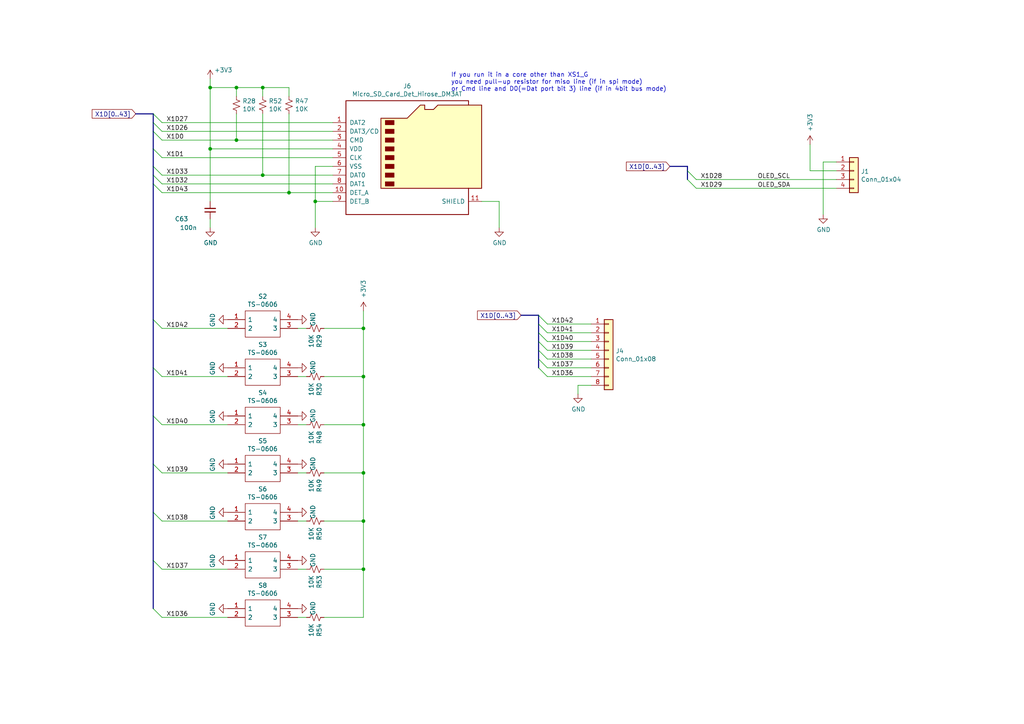
<source format=kicad_sch>
(kicad_sch (version 20230121) (generator eeschema)
  (paper "A4")
  (lib_symbols
    (symbol "Connector:Micro_SD_Card_Det_Hirose_DM3AT" (pin_names (offset 1.016))
      (property "Reference" "J" (at -16.51 17.78 0))
      (property "Value" "Micro_SD_Card_Det_Hirose_DM3AT" (at 16.51 17.78 0))
      (symbol "Micro_SD_Card_Det_Hirose_DM3AT_0_1"
        (rectangle (start -7.62 -6.985) (end -5.08 -8.255) (fill (type outline)))
        (rectangle (start -7.62 -4.445) (end -5.08 -5.715) (fill (type outline)))
        (rectangle (start -7.62 -1.905) (end -5.08 -3.175) (fill (type outline)))
        (rectangle (start -7.62 0.635) (end -5.08 -0.635) (fill (type outline)))
        (rectangle (start -7.62 3.175) (end -5.08 1.905) (fill (type outline)))
        (rectangle (start -7.62 5.715) (end -5.08 4.445) (fill (type outline)))
        (rectangle (start -7.62 8.255) (end -5.08 6.985) (fill (type outline)))
        (rectangle (start -7.62 10.795) (end -5.08 9.525) (fill (type outline)))
        (polyline (pts (xy 16.51 15.24) (xy 16.51 16.51) (xy -19.05 16.51) (xy -19.05 -16.51) (xy 16.51 -16.51) (xy 16.51 -8.89)) (stroke (width 0.254)))
        (polyline (pts (xy -8.89 -8.89) (xy -8.89 11.43) (xy -1.27 11.43) (xy 2.54 15.24) (xy 3.81 15.24) (xy 3.81 13.97) (xy 6.35 13.97) (xy 7.62 15.24) (xy 20.32 15.24) (xy 20.32 -8.89) (xy -8.89 -8.89)) (stroke (width 0.254)) (fill (type background)))
      )
      (symbol "Micro_SD_Card_Det_Hirose_DM3AT_1_1"
        (pin bidirectional line (at -22.86 10.16 0) (length 3.81) (name "DAT2") (number "1"))
        (pin passive line (at -22.86 -10.16 0) (length 3.81) (name "DET_A") (number "10"))
        (pin passive line (at 20.32 -12.7 180) (length 3.81) (name "SHIELD") (number "11"))
        (pin bidirectional line (at -22.86 7.62 0) (length 3.81) (name "DAT3/CD") (number "2"))
        (pin input line (at -22.86 5.08 0) (length 3.81) (name "CMD") (number "3"))
        (pin power_in line (at -22.86 2.54 0) (length 3.81) (name "VDD") (number "4"))
        (pin input line (at -22.86 0 0) (length 3.81) (name "CLK") (number "5"))
        (pin power_in line (at -22.86 -2.54 0) (length 3.81) (name "VSS") (number "6"))
        (pin bidirectional line (at -22.86 -5.08 0) (length 3.81) (name "DAT0") (number "7"))
        (pin bidirectional line (at -22.86 -7.62 0) (length 3.81) (name "DAT1") (number "8"))
        (pin passive line (at -22.86 -12.7 0) (length 3.81) (name "DET_B") (number "9"))
      )
    )
    (symbol "Connector_Generic:Conn_01x04" (pin_names (offset 1.016) hide)
      (property "Reference" "J" (at 0 5.08 0))
      (property "Value" "Conn_01x04" (at 0 -7.62 0))
      (symbol "Conn_01x04_1_1"
        (rectangle (start -1.27 -4.953) (end 0 -5.207) (stroke (width 0.1524)))
        (rectangle (start -1.27 -2.413) (end 0 -2.667) (stroke (width 0.1524)))
        (rectangle (start -1.27 0.127) (end 0 -0.127) (stroke (width 0.1524)))
        (rectangle (start -1.27 2.667) (end 0 2.413) (stroke (width 0.1524)))
        (rectangle (start -1.27 3.81) (end 1.27 -6.35) (stroke (width 0.254)) (fill (type background)))
        (pin passive line (at -5.08 2.54 0) (length 3.81) (name "Pin_1") (number "1"))
        (pin passive line (at -5.08 0 0) (length 3.81) (name "Pin_2") (number "2"))
        (pin passive line (at -5.08 -2.54 0) (length 3.81) (name "Pin_3") (number "3"))
        (pin passive line (at -5.08 -5.08 0) (length 3.81) (name "Pin_4") (number "4"))
      )
    )
    (symbol "Connector_Generic:Conn_01x08" (pin_names (offset 1.016) hide)
      (property "Reference" "J" (at 0 10.16 0))
      (property "Value" "Conn_01x08" (at 0 -12.7 0))
      (symbol "Conn_01x08_1_1"
        (rectangle (start -1.27 -10.033) (end 0 -10.287) (stroke (width 0.1524)))
        (rectangle (start -1.27 -7.493) (end 0 -7.747) (stroke (width 0.1524)))
        (rectangle (start -1.27 -4.953) (end 0 -5.207) (stroke (width 0.1524)))
        (rectangle (start -1.27 -2.413) (end 0 -2.667) (stroke (width 0.1524)))
        (rectangle (start -1.27 0.127) (end 0 -0.127) (stroke (width 0.1524)))
        (rectangle (start -1.27 2.667) (end 0 2.413) (stroke (width 0.1524)))
        (rectangle (start -1.27 5.207) (end 0 4.953) (stroke (width 0.1524)))
        (rectangle (start -1.27 7.747) (end 0 7.493) (stroke (width 0.1524)))
        (rectangle (start -1.27 8.89) (end 1.27 -11.43) (stroke (width 0.254)) (fill (type background)))
        (pin passive line (at -5.08 7.62 0) (length 3.81) (name "Pin_1") (number "1"))
        (pin passive line (at -5.08 5.08 0) (length 3.81) (name "Pin_2") (number "2"))
        (pin passive line (at -5.08 2.54 0) (length 3.81) (name "Pin_3") (number "3"))
        (pin passive line (at -5.08 0 0) (length 3.81) (name "Pin_4") (number "4"))
        (pin passive line (at -5.08 -2.54 0) (length 3.81) (name "Pin_5") (number "5"))
        (pin passive line (at -5.08 -5.08 0) (length 3.81) (name "Pin_6") (number "6"))
        (pin passive line (at -5.08 -7.62 0) (length 3.81) (name "Pin_7") (number "7"))
        (pin passive line (at -5.08 -10.16 0) (length 3.81) (name "Pin_8") (number "8"))
      )
    )
    (symbol "Device:C_Small" (pin_numbers hide) (pin_names (offset 0.254) hide)
      (property "Reference" "C" (at 0.254 1.778 0))
      (property "Value" "C_Small" (at 0.254 -2.032 0))
      (symbol "C_Small_0_1"
        (polyline (pts (xy -1.524 -0.508) (xy 1.524 -0.508)) (stroke (width 0.3302)))
        (polyline (pts (xy -1.524 0.508) (xy 1.524 0.508)) (stroke (width 0.3048)))
      )
      (symbol "C_Small_1_1"
        (pin passive line (at 0 2.54 270) (length 2.032) (name "~") (number "1"))
        (pin passive line (at 0 -2.54 90) (length 2.032) (name "~") (number "2"))
      )
    )
    (symbol "Device:R_Small_US" (pin_numbers hide) (pin_names (offset 0.254) hide)
      (property "Reference" "R" (at 0.762 0.508 0))
      (property "Value" "R_Small_US" (at 0.762 -1.016 0))
      (symbol "R_Small_US_1_1"
        (polyline (pts (xy 0 0) (xy 1.016 -0.381) (xy 0 -0.762) (xy -1.016 -1.143) (xy 0 -1.524)))
        (polyline (pts (xy 0 1.524) (xy 1.016 1.143) (xy 0 0.762) (xy -1.016 0.381) (xy 0 0)))
        (pin passive line (at 0 2.54 270) (length 1.016) (name "~") (number "1"))
        (pin passive line (at 0 -2.54 90) (length 1.016) (name "~") (number "2"))
      )
    )
    (symbol "power:+3V3" (power) (pin_names (offset 0))
      (property "Value" "+3V3" (at 0 3.556 0))
      (symbol "+3V3_0_1"
        (polyline (pts (xy -0.762 1.27) (xy 0 2.54)))
        (polyline (pts (xy 0 0) (xy 0 2.54)))
        (polyline (pts (xy 0 2.54) (xy 0.762 1.27)))
      )
      (symbol "+3V3_1_1"
        (pin power_in line (at 0 0 90) (length 0) hide (name "+3V3") (number "1"))
      )
    )
    (symbol "power:GND" (power) (pin_names (offset 0))
      (property "Value" "GND" (at 0 -3.81 0))
      (symbol "GND_0_1"
        (polyline (pts (xy 0 0) (xy 0 -1.27) (xy 1.27 -1.27) (xy 0 -2.54) (xy -1.27 -1.27) (xy 0 -1.27)))
      )
      (symbol "GND_1_1"
        (pin power_in line (at 0 0 270) (length 0) hide (name "GND") (number "1"))
      )
    )
    (symbol "xSSDAC:TS-0606" (pin_names (offset 0.762))
      (property "Reference" "S" (at 16.51 7.62 0))
      (property "Value" "TS-0606" (at 16.51 5.08 0))
      (symbol "TS-0606_0_0"
        (pin passive line (at 0 0 0) (length 5.08) (name "1") (number "1"))
        (pin passive line (at 0 -2.54 0) (length 5.08) (name "2") (number "2"))
        (pin passive line (at 20.32 -2.54 180) (length 5.08) (name "3") (number "3"))
        (pin passive line (at 20.32 0 180) (length 5.08) (name "4") (number "4"))
      )
      (symbol "TS-0606_0_1"
        (polyline (pts (xy 5.08 2.54) (xy 15.24 2.54) (xy 15.24 -5.08) (xy 5.08 -5.08) (xy 5.08 2.54)) (stroke (width 0.1524)))
      )
    )
  )
  (junction (at 83.82 55.88))
  (junction (at 105.41 109.22))
  (junction (at 105.41 137.16))
  (junction (at 105.41 151.13))
  (junction (at 60.96 43.18))
  (junction (at 105.41 123.19))
  (junction (at 91.44 58.42))
  (junction (at 68.58 40.64))
  (junction (at 76.2 25.4))
  (junction (at 60.96 25.4))
  (junction (at 105.41 165.1))
  (junction (at 76.2 50.8))
  (junction (at 68.58 25.4))
  (junction (at 105.41 95.25))
  (bus_entry (at 156.21 91.44) (size 2.54 2.54))
  (bus_entry (at 156.21 106.68) (size 2.54 2.54))
  (bus_entry (at 44.45 148.59) (size 2.54 2.54))
  (bus_entry (at 199.39 49.53) (size 2.54 2.54))
  (bus_entry (at 44.45 50.8) (size 2.54 2.54))
  (bus_entry (at 44.45 120.65) (size 2.54 2.54))
  (bus_entry (at 44.45 38.1) (size 2.54 2.54))
  (bus_entry (at 156.21 101.6) (size 2.54 2.54))
  (bus_entry (at 44.45 33.02) (size 2.54 2.54))
  (bus_entry (at 199.39 52.07) (size 2.54 2.54))
  (bus_entry (at 44.45 134.62) (size 2.54 2.54))
  (bus_entry (at 156.21 96.52) (size 2.54 2.54))
  (bus_entry (at 44.45 106.68) (size 2.54 2.54))
  (bus_entry (at 44.45 176.53) (size 2.54 2.54))
  (bus_entry (at 156.21 99.06) (size 2.54 2.54))
  (bus_entry (at 44.45 162.56) (size 2.54 2.54))
  (bus_entry (at 156.21 93.98) (size 2.54 2.54))
  (bus_entry (at 44.45 48.26) (size 2.54 2.54))
  (bus_entry (at 44.45 43.18) (size 2.54 2.54))
  (bus_entry (at 44.45 53.34) (size 2.54 2.54))
  (bus_entry (at 44.45 35.56) (size 2.54 2.54))
  (bus_entry (at 156.21 104.14) (size 2.54 2.54))
  (bus_entry (at 44.45 92.71) (size 2.54 2.54))
  (wire (pts (xy 46.99 109.22) (xy 66.04 109.22)))
  (wire (pts (xy 96.52 48.26) (xy 91.44 48.26)))
  (wire (pts (xy 242.57 54.61) (xy 201.93 54.61)))
  (bus (pts (xy 199.39 48.26) (xy 199.39 49.53)))
  (wire (pts (xy 68.58 27.94) (xy 68.58 25.4)))
  (wire (pts (xy 46.99 151.13) (xy 66.04 151.13)))
  (wire (pts (xy 158.75 96.52) (xy 171.45 96.52)))
  (wire (pts (xy 144.78 58.42) (xy 144.78 66.04)))
  (bus (pts (xy 39.37 33.02) (xy 44.45 33.02)))
  (wire (pts (xy 88.9 109.22) (xy 86.36 109.22)))
  (wire (pts (xy 171.45 111.76) (xy 167.64 111.76)))
  (wire (pts (xy 46.99 95.25) (xy 66.04 95.25)))
  (wire (pts (xy 76.2 25.4) (xy 68.58 25.4)))
  (wire (pts (xy 93.98 179.07) (xy 105.41 179.07)))
  (bus (pts (xy 156.21 96.52) (xy 156.21 99.06)))
  (wire (pts (xy 91.44 58.42) (xy 96.52 58.42)))
  (wire (pts (xy 96.52 53.34) (xy 46.99 53.34)))
  (wire (pts (xy 96.52 40.64) (xy 68.58 40.64)))
  (wire (pts (xy 167.64 111.76) (xy 167.64 114.3)))
  (wire (pts (xy 83.82 25.4) (xy 83.82 27.94)))
  (bus (pts (xy 44.45 35.56) (xy 44.45 38.1)))
  (bus (pts (xy 44.45 43.18) (xy 44.45 48.26)))
  (bus (pts (xy 44.45 106.68) (xy 44.45 120.65)))
  (wire (pts (xy 76.2 27.94) (xy 76.2 25.4)))
  (bus (pts (xy 44.45 33.02) (xy 44.45 35.56)))
  (wire (pts (xy 93.98 137.16) (xy 105.41 137.16)))
  (bus (pts (xy 44.45 53.34) (xy 44.45 92.71)))
  (wire (pts (xy 60.96 66.04) (xy 60.96 63.5)))
  (wire (pts (xy 46.99 179.07) (xy 66.04 179.07)))
  (bus (pts (xy 194.31 48.26) (xy 199.39 48.26)))
  (bus (pts (xy 44.45 148.59) (xy 44.45 162.56)))
  (wire (pts (xy 96.52 50.8) (xy 76.2 50.8)))
  (wire (pts (xy 68.58 25.4) (xy 60.96 25.4)))
  (wire (pts (xy 201.93 52.07) (xy 242.57 52.07)))
  (wire (pts (xy 105.41 137.16) (xy 105.41 151.13)))
  (bus (pts (xy 156.21 91.44) (xy 156.21 93.98)))
  (wire (pts (xy 93.98 109.22) (xy 105.41 109.22)))
  (bus (pts (xy 156.21 101.6) (xy 156.21 104.14)))
  (wire (pts (xy 105.41 123.19) (xy 93.98 123.19)))
  (wire (pts (xy 96.52 35.56) (xy 46.99 35.56)))
  (bus (pts (xy 44.45 92.71) (xy 44.45 106.68)))
  (bus (pts (xy 44.45 38.1) (xy 44.45 43.18)))
  (wire (pts (xy 158.75 104.14) (xy 171.45 104.14)))
  (wire (pts (xy 83.82 55.88) (xy 96.52 55.88)))
  (bus (pts (xy 44.45 120.65) (xy 44.45 134.62)))
  (bus (pts (xy 199.39 49.53) (xy 199.39 52.07)))
  (bus (pts (xy 44.45 162.56) (xy 44.45 176.53)))
  (wire (pts (xy 242.57 46.99) (xy 238.76 46.99)))
  (wire (pts (xy 105.41 109.22) (xy 105.41 123.19)))
  (wire (pts (xy 105.41 90.17) (xy 105.41 95.25)))
  (wire (pts (xy 83.82 55.88) (xy 46.99 55.88)))
  (wire (pts (xy 105.41 151.13) (xy 105.41 165.1)))
  (wire (pts (xy 46.99 165.1) (xy 66.04 165.1)))
  (bus (pts (xy 156.21 93.98) (xy 156.21 96.52)))
  (wire (pts (xy 91.44 48.26) (xy 91.44 58.42)))
  (wire (pts (xy 93.98 151.13) (xy 105.41 151.13)))
  (wire (pts (xy 68.58 40.64) (xy 46.99 40.64)))
  (bus (pts (xy 44.45 50.8) (xy 44.45 53.34)))
  (wire (pts (xy 88.9 165.1) (xy 86.36 165.1)))
  (wire (pts (xy 158.75 106.68) (xy 171.45 106.68)))
  (wire (pts (xy 105.41 165.1) (xy 105.41 179.07)))
  (bus (pts (xy 151.13 91.44) (xy 156.21 91.44)))
  (bus (pts (xy 156.21 104.14) (xy 156.21 106.68)))
  (bus (pts (xy 44.45 48.26) (xy 44.45 50.8)))
  (wire (pts (xy 83.82 33.02) (xy 83.82 55.88)))
  (wire (pts (xy 88.9 179.07) (xy 86.36 179.07)))
  (wire (pts (xy 88.9 123.19) (xy 86.36 123.19)))
  (wire (pts (xy 158.75 109.22) (xy 171.45 109.22)))
  (wire (pts (xy 88.9 151.13) (xy 86.36 151.13)))
  (wire (pts (xy 158.75 101.6) (xy 171.45 101.6)))
  (bus (pts (xy 44.45 134.62) (xy 44.45 148.59)))
  (wire (pts (xy 60.96 43.18) (xy 60.96 58.42)))
  (wire (pts (xy 60.96 25.4) (xy 60.96 22.86)))
  (wire (pts (xy 60.96 43.18) (xy 60.96 25.4)))
  (wire (pts (xy 242.57 49.53) (xy 234.95 49.53)))
  (wire (pts (xy 105.41 95.25) (xy 105.41 109.22)))
  (wire (pts (xy 158.75 93.98) (xy 171.45 93.98)))
  (wire (pts (xy 68.58 33.02) (xy 68.58 40.64)))
  (wire (pts (xy 46.99 137.16) (xy 66.04 137.16)))
  (wire (pts (xy 238.76 46.99) (xy 238.76 62.23)))
  (wire (pts (xy 96.52 38.1) (xy 46.99 38.1)))
  (wire (pts (xy 93.98 165.1) (xy 105.41 165.1)))
  (wire (pts (xy 46.99 123.19) (xy 66.04 123.19)))
  (wire (pts (xy 76.2 50.8) (xy 46.99 50.8)))
  (wire (pts (xy 83.82 25.4) (xy 76.2 25.4)))
  (wire (pts (xy 96.52 45.72) (xy 46.99 45.72)))
  (bus (pts (xy 156.21 99.06) (xy 156.21 101.6)))
  (wire (pts (xy 88.9 137.16) (xy 86.36 137.16)))
  (wire (pts (xy 93.98 95.25) (xy 105.41 95.25)))
  (wire (pts (xy 96.52 43.18) (xy 60.96 43.18)))
  (wire (pts (xy 91.44 58.42) (xy 91.44 66.04)))
  (wire (pts (xy 158.75 99.06) (xy 171.45 99.06)))
  (wire (pts (xy 144.78 58.42) (xy 139.7 58.42)))
  (wire (pts (xy 105.41 123.19) (xy 105.41 137.16)))
  (wire (pts (xy 76.2 33.02) (xy 76.2 50.8)))
  (wire (pts (xy 234.95 49.53) (xy 234.95 41.91)))
  (wire (pts (xy 88.9 95.25) (xy 86.36 95.25)))
  (text "If you run it in a core other than XS1_G \nyou need pull-up resistor for miso line (if in spi mode) \nor Cmd line and D0(=Dat port bit 3) line (if in 4bit bus mode)" (at 130.81 26.67 0) (effects (font (size 1.27 1.27)) (justify left bottom)))
  (label "X1D32" (at 48.26 53.34 0))
  (label "X1D38" (at 160.02 104.14 0))
  (label "X1D39" (at 48.26 137.16 0))
  (label "X1D40" (at 48.26 123.19 0))
  (label "X1D43" (at 48.26 55.88 0))
  (label "X1D29" (at 203.2 54.61 0))
  (label "X1D39" (at 160.02 101.6 0))
  (label "X1D41" (at 48.26 109.22 0))
  (label "X1D0" (at 48.26 40.64 0))
  (label "X1D42" (at 48.26 95.25 0))
  (label "X1D40" (at 160.02 99.06 0))
  (label "OLED_SDA" (at 219.71 54.61 0))
  (label "X1D36" (at 160.02 109.22 0))
  (label "X1D28" (at 203.2 52.07 0))
  (label "OLED_SCL" (at 219.71 52.07 0))
  (label "X1D36" (at 48.26 179.07 0))
  (label "X1D27" (at 48.26 35.56 0))
  (label "X1D1" (at 48.26 45.72 0))
  (label "X1D38" (at 48.26 151.13 0))
  (label "X1D33" (at 48.26 50.8 0))
  (label "X1D37" (at 160.02 106.68 0))
  (label "X1D37" (at 48.26 165.1 0))
  (label "X1D42" (at 160.02 93.98 0))
  (label "X1D26" (at 48.26 38.1 0))
  (label "X1D41" (at 160.02 96.52 0))
  (global_label "X1D[0..43]" (shape input) (at 194.31 48.26 180) (property "Intersheetrefs" "${INTERSHEET_REFS}" (effects hide)))
  (global_label "X1D[0..43]" (shape input) (at 39.37 33.02 180) (property "Intersheetrefs" "${INTERSHEET_REFS}" (effects hide)))
  (global_label "X1D[0..43]" (shape input) (at 151.13 91.44 180) (property "Intersheetrefs" "${INTERSHEET_REFS}" (effects hide)))
  (symbol (lib_id "power:GND") (at 144.78 66.04 0) (unit 1)
    (property "Reference" "#PWR0162" (effects hide))
    (property "Value" "GND" (at 144.907 70.4342 0))
  )
  (symbol (lib_id "power:GND") (at 91.44 66.04 0) (unit 1)
    (property "Reference" "#PWR0161" (effects hide))
    (property "Value" "GND" (at 91.567 70.4342 0))
  )
  (symbol (lib_id "Device:C_Small") (at 60.96 60.96 180) (unit 1)
    (property "Reference" "C63" (at 54.61 63.5 0) (effects (justify left)))
    (property "Value" "100n" (at 57.15 66.04 0) (effects (justify left)))
    (property "Footprint" "Capacitor_SMD:C_0603_1608Metric_Pad1.08x0.95mm_HandSolder" (effects hide))
  )
  (symbol (lib_id "power:GND") (at 60.96 66.04 0) (unit 1)
    (property "Reference" "#PWR0158" (effects hide))
    (property "Value" "GND" (at 61.087 70.4342 0))
  )
  (symbol (lib_id "power:+3V3") (at 60.96 22.86 0) (unit 1)
    (property "Reference" "#PWR0157" (effects hide))
    (property "Value" "+3V3" (at 64.77 20.32 0))
  )
  (symbol (lib_id "Connector:Micro_SD_Card_Det_Hirose_DM3AT") (at 119.38 45.72 0) (unit 1)
    (property "Reference" "J6" (at 118.11 24.9682 0))
    (property "Value" "Micro_SD_Card_Det_Hirose_DM3AT" (at 118.11 27.2796 0))
    (property "Footprint" "Connectors_Card:Hirose_DM3AT-SF-PEJM5" (effects hide))
    (property "Datasheet" "https://www.hirose.com/product/en/download_file/key_name/DM3/category/Catalog/doc_file_id/49662/?file_category_id=4&item_id=195&is_series=1" (effects hide))
  )
  (symbol (lib_id "Device:R_Small_US") (at 83.82 30.48 0) (unit 1)
    (property "Reference" "R47" (at 85.5472 29.3116 0) (effects (justify left)))
    (property "Value" "10K" (at 85.5472 31.623 0) (effects (justify left)))
    (property "Footprint" "Resistor_SMD:R_0603_1608Metric_Pad0.98x0.95mm_HandSolder" (effects hide))
  )
  (symbol (lib_id "Connector_Generic:Conn_01x04") (at 247.65 49.53 0) (unit 1)
    (property "Reference" "J1" (at 249.682 49.7332 0) (effects (justify left)))
    (property "Value" "Conn_01x04" (at 249.682 52.0446 0) (effects (justify left)))
    (property "Footprint" "pretty:OLED_128X64" (effects hide))
  )
  (symbol (lib_id "power:GND") (at 238.76 62.23 0) (unit 1)
    (property "Reference" "#PWR0172" (effects hide))
    (property "Value" "GND" (at 238.887 66.6242 0))
  )
  (symbol (lib_id "power:+3V3") (at 234.95 41.91 0) (unit 1)
    (property "Reference" "#PWR0171" (effects hide))
    (property "Value" "+3V3" (at 234.95 35.56 90))
  )
  (symbol (lib_id "power:+3V3") (at 105.41 90.17 0) (unit 1)
    (property "Reference" "#PWR0181" (effects hide))
    (property "Value" "+3V3" (at 105.41 83.82 90))
  )
  (symbol (lib_id "xSSDAC:TS-0606") (at 66.04 92.71 0) (unit 1)
    (property "Reference" "S2" (at 76.2 85.979 0))
    (property "Value" "TS-0606" (at 76.2 88.2904 0))
    (property "Footprint" "pretty:TS-0606" (effects hide))
    (property "Datasheet" "https://akizukidenshi.com/download/ds/cosland/ts-0606_20200714.pdf" (effects hide))
  )
  (symbol (lib_id "xSSDAC:TS-0606") (at 66.04 106.68 0) (unit 1)
    (property "Reference" "S3" (at 76.2 99.949 0))
    (property "Value" "TS-0606" (at 76.2 102.2604 0))
    (property "Footprint" "pretty:TS-0606" (effects hide))
    (property "Datasheet" "https://akizukidenshi.com/download/ds/cosland/ts-0606_20200714.pdf" (effects hide))
  )
  (symbol (lib_id "xSSDAC:TS-0606") (at 66.04 120.65 0) (unit 1)
    (property "Reference" "S4" (at 76.2 113.919 0))
    (property "Value" "TS-0606" (at 76.2 116.2304 0))
    (property "Footprint" "pretty:TS-0606" (effects hide))
    (property "Datasheet" "https://akizukidenshi.com/download/ds/cosland/ts-0606_20200714.pdf" (effects hide))
  )
  (symbol (lib_id "xSSDAC:TS-0606") (at 66.04 134.62 0) (unit 1)
    (property "Reference" "S5" (at 76.2 127.889 0))
    (property "Value" "TS-0606" (at 76.2 130.2004 0))
    (property "Footprint" "pretty:TS-0606" (effects hide))
    (property "Datasheet" "https://akizukidenshi.com/download/ds/cosland/ts-0606_20200714.pdf" (effects hide))
  )
  (symbol (lib_id "xSSDAC:TS-0606") (at 66.04 148.59 0) (unit 1)
    (property "Reference" "S6" (at 76.2 141.859 0))
    (property "Value" "TS-0606" (at 76.2 144.1704 0))
    (property "Footprint" "pretty:TS-0606" (effects hide))
    (property "Datasheet" "https://akizukidenshi.com/download/ds/cosland/ts-0606_20200714.pdf" (effects hide))
  )
  (symbol (lib_id "xSSDAC:TS-0606") (at 66.04 162.56 0) (unit 1)
    (property "Reference" "S7" (at 76.2 155.829 0))
    (property "Value" "TS-0606" (at 76.2 158.1404 0))
    (property "Footprint" "pretty:TS-0606" (effects hide))
    (property "Datasheet" "https://akizukidenshi.com/download/ds/cosland/ts-0606_20200714.pdf" (effects hide))
  )
  (symbol (lib_id "xSSDAC:TS-0606") (at 66.04 176.53 0) (unit 1)
    (property "Reference" "S8" (at 76.2 169.799 0))
    (property "Value" "TS-0606" (at 76.2 172.1104 0))
    (property "Footprint" "pretty:TS-0606" (effects hide))
    (property "Datasheet" "https://akizukidenshi.com/download/ds/cosland/ts-0606_20200714.pdf" (effects hide))
  )
  (symbol (lib_id "Device:R_Small_US") (at 68.58 30.48 0) (unit 1)
    (property "Reference" "R28" (at 70.3072 29.3116 0) (effects (justify left)))
    (property "Value" "10K" (at 70.3072 31.623 0) (effects (justify left)))
    (property "Footprint" "Resistor_SMD:R_0603_1608Metric_Pad0.98x0.95mm_HandSolder" (effects hide))
  )
  (symbol (lib_id "Device:R_Small_US") (at 76.2 30.48 0) (unit 1)
    (property "Reference" "R52" (at 77.9272 29.3116 0) (effects (justify left)))
    (property "Value" "10K" (at 77.9272 31.623 0) (effects (justify left)))
    (property "Footprint" "Resistor_SMD:R_0603_1608Metric_Pad0.98x0.95mm_HandSolder" (effects hide))
  )
  (symbol (lib_id "power:GND") (at 86.36 134.62 90) (unit 1)
    (property "Reference" "#PWR0173" (effects hide))
    (property "Value" "GND" (at 90.7542 134.493 0))
  )
  (symbol (lib_id "power:GND") (at 86.36 148.59 90) (unit 1)
    (property "Reference" "#PWR0174" (effects hide))
    (property "Value" "GND" (at 90.7542 148.463 0))
  )
  (symbol (lib_id "power:GND") (at 86.36 162.56 90) (unit 1)
    (property "Reference" "#PWR0175" (effects hide))
    (property "Value" "GND" (at 90.7542 162.433 0))
  )
  (symbol (lib_id "power:GND") (at 86.36 176.53 90) (unit 1)
    (property "Reference" "#PWR0176" (effects hide))
    (property "Value" "GND" (at 90.7542 176.403 0))
  )
  (symbol (lib_id "Device:R_Small_US") (at 91.44 95.25 270) (unit 1)
    (property "Reference" "R29" (at 92.6084 96.9772 0) (effects (justify left)))
    (property "Value" "10K" (at 90.297 96.9772 0) (effects (justify left)))
    (property "Footprint" "Resistor_SMD:R_0603_1608Metric_Pad0.98x0.95mm_HandSolder" (effects hide))
  )
  (symbol (lib_id "Device:R_Small_US") (at 91.44 137.16 270) (unit 1)
    (property "Reference" "R49" (at 92.6084 138.8872 0) (effects (justify left)))
    (property "Value" "10K" (at 90.297 138.8872 0) (effects (justify left)))
    (property "Footprint" "Resistor_SMD:R_0603_1608Metric_Pad0.98x0.95mm_HandSolder" (effects hide))
  )
  (symbol (lib_id "Device:R_Small_US") (at 91.44 151.13 270) (unit 1)
    (property "Reference" "R50" (at 92.6084 152.8572 0) (effects (justify left)))
    (property "Value" "10K" (at 90.297 152.8572 0) (effects (justify left)))
    (property "Footprint" "Resistor_SMD:R_0603_1608Metric_Pad0.98x0.95mm_HandSolder" (effects hide))
  )
  (symbol (lib_id "Device:R_Small_US") (at 91.44 165.1 270) (unit 1)
    (property "Reference" "R53" (at 92.6084 166.8272 0) (effects (justify left)))
    (property "Value" "10K" (at 90.297 166.8272 0) (effects (justify left)))
    (property "Footprint" "Resistor_SMD:R_0603_1608Metric_Pad0.98x0.95mm_HandSolder" (effects hide))
  )
  (symbol (lib_id "power:GND") (at 66.04 134.62 270) (unit 1)
    (property "Reference" "#PWR0164" (effects hide))
    (property "Value" "GND" (at 61.6458 134.747 0))
  )
  (symbol (lib_id "power:GND") (at 66.04 148.59 270) (unit 1)
    (property "Reference" "#PWR0165" (effects hide))
    (property "Value" "GND" (at 61.6458 148.717 0))
  )
  (symbol (lib_id "power:GND") (at 66.04 162.56 270) (unit 1)
    (property "Reference" "#PWR0166" (effects hide))
    (property "Value" "GND" (at 61.6458 162.687 0))
  )
  (symbol (lib_id "power:GND") (at 66.04 176.53 270) (unit 1)
    (property "Reference" "#PWR0167" (effects hide))
    (property "Value" "GND" (at 61.6458 176.657 0))
  )
  (symbol (lib_id "Device:R_Small_US") (at 91.44 179.07 270) (unit 1)
    (property "Reference" "R54" (at 92.6084 180.7972 0) (effects (justify left)))
    (property "Value" "10K" (at 90.297 180.7972 0) (effects (justify left)))
    (property "Footprint" "Resistor_SMD:R_0603_1608Metric_Pad0.98x0.95mm_HandSolder" (effects hide))
  )
  (symbol (lib_id "power:GND") (at 86.36 92.71 90) (unit 1)
    (property "Reference" "#PWR0168" (effects hide))
    (property "Value" "GND" (at 90.7542 92.583 0))
  )
  (symbol (lib_id "power:GND") (at 66.04 92.71 270) (unit 1)
    (property "Reference" "#PWR0122" (effects hide))
    (property "Value" "GND" (at 61.6458 92.837 0))
  )
  (symbol (lib_id "power:GND") (at 86.36 106.68 90) (unit 1)
    (property "Reference" "#PWR0169" (effects hide))
    (property "Value" "GND" (at 90.7542 106.553 0))
  )
  (symbol (lib_id "Device:R_Small_US") (at 91.44 123.19 270) (unit 1)
    (property "Reference" "R48" (at 92.6084 124.9172 0) (effects (justify left)))
    (property "Value" "10K" (at 90.297 124.9172 0) (effects (justify left)))
    (property "Footprint" "Resistor_SMD:R_0603_1608Metric_Pad0.98x0.95mm_HandSolder" (effects hide))
  )
  (symbol (lib_id "power:GND") (at 66.04 106.68 270) (unit 1)
    (property "Reference" "#PWR0127" (effects hide))
    (property "Value" "GND" (at 61.6458 106.807 0))
  )
  (symbol (lib_id "Device:R_Small_US") (at 91.44 109.22 270) (unit 1)
    (property "Reference" "R30" (at 92.6084 110.9472 0) (effects (justify left)))
    (property "Value" "10K" (at 90.297 110.9472 0) (effects (justify left)))
    (property "Footprint" "Resistor_SMD:R_0603_1608Metric_Pad0.98x0.95mm_HandSolder" (effects hide))
  )
  (symbol (lib_id "power:GND") (at 86.36 120.65 90) (unit 1)
    (property "Reference" "#PWR0170" (effects hide))
    (property "Value" "GND" (at 90.7542 120.523 0))
  )
  (symbol (lib_id "power:GND") (at 66.04 120.65 270) (unit 1)
    (property "Reference" "#PWR0163" (effects hide))
    (property "Value" "GND" (at 61.6458 120.777 0))
  )
  (symbol (lib_id "Connector_Generic:Conn_01x08") (at 176.53 101.6 0) (unit 1)
    (property "Reference" "J4" (at 178.562 101.8032 0) (effects (justify left)))
    (property "Value" "Conn_01x08" (at 178.562 104.1146 0) (effects (justify left)))
    (property "Footprint" "Connector_PinHeader_2.54mm:PinHeader_1x08_P2.54mm_Vertical" (effects hide))
  )
  (symbol (lib_id "power:GND") (at 167.64 114.3 0) (unit 1)
    (property "Reference" "#PWR0182" (effects hide))
    (property "Value" "GND" (at 167.767 118.6942 0))
  )
)
</source>
